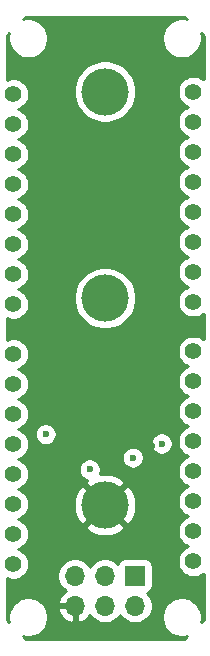
<source format=gbr>
G04 #@! TF.GenerationSoftware,KiCad,Pcbnew,5.1.5-52549c5~84~ubuntu18.04.1*
G04 #@! TF.CreationDate,2020-01-13T21:42:59-08:00*
G04 #@! TF.ProjectId,somos_wristband_1.0,736f6d6f-735f-4777-9269-737462616e64,rev?*
G04 #@! TF.SameCoordinates,Original*
G04 #@! TF.FileFunction,Copper,L2,Inr*
G04 #@! TF.FilePolarity,Positive*
%FSLAX46Y46*%
G04 Gerber Fmt 4.6, Leading zero omitted, Abs format (unit mm)*
G04 Created by KiCad (PCBNEW 5.1.5-52549c5~84~ubuntu18.04.1) date 2020-01-13 21:42:59*
%MOMM*%
%LPD*%
G04 APERTURE LIST*
%ADD10C,4.000000*%
%ADD11C,1.400000*%
%ADD12O,1.700000X1.700000*%
%ADD13R,1.700000X1.700000*%
%ADD14C,0.600000*%
%ADD15C,0.250000*%
%ADD16C,0.254000*%
G04 APERTURE END LIST*
D10*
X150000000Y-118000000D03*
D11*
X142240000Y-105220000D03*
X142240000Y-107760000D03*
X142240000Y-110300000D03*
X142240000Y-112840000D03*
X142240000Y-115380000D03*
X142240000Y-117920000D03*
X142240000Y-120460000D03*
X142240000Y-123000000D03*
D10*
X150000000Y-83000000D03*
X150000000Y-100500000D03*
D12*
X147460000Y-126540000D03*
X147460000Y-124000000D03*
X150000000Y-126540000D03*
X150000000Y-124000000D03*
X152540000Y-126540000D03*
D13*
X152540000Y-124000000D03*
D11*
X142240000Y-83220000D03*
X142240000Y-85760000D03*
X142240000Y-88300000D03*
X142240000Y-90840000D03*
X142240000Y-93380000D03*
X142240000Y-95920000D03*
X142240000Y-98460000D03*
X142240000Y-101000000D03*
X157480000Y-100780000D03*
X157480000Y-98240000D03*
X157480000Y-95700000D03*
X157480000Y-93160000D03*
X157480000Y-90620000D03*
X157480000Y-88080000D03*
X157480000Y-85540000D03*
X157480000Y-83000000D03*
X157480000Y-122780000D03*
X157480000Y-120240000D03*
X157480000Y-117700000D03*
X157480000Y-115160000D03*
X157480000Y-112620000D03*
X157480000Y-110080000D03*
X157480000Y-107540000D03*
X157480000Y-105000000D03*
D14*
X154800000Y-112800000D03*
X148698159Y-115000000D03*
X152350000Y-114000000D03*
X144970500Y-112014000D03*
X154000000Y-113000000D03*
X150000000Y-109000000D03*
X148000000Y-107000000D03*
X150000000Y-109000000D03*
X152000000Y-107000000D03*
X152000000Y-111000000D03*
X148000000Y-111000000D03*
D15*
X148000000Y-107000000D02*
X150000000Y-109000000D01*
D16*
G36*
X156935170Y-76868550D02*
G01*
X156665958Y-76815000D01*
X156334042Y-76815000D01*
X156008504Y-76879754D01*
X155701853Y-77006772D01*
X155425875Y-77191175D01*
X155191175Y-77425875D01*
X155006772Y-77701853D01*
X154879754Y-78008504D01*
X154815000Y-78334042D01*
X154815000Y-78665958D01*
X154879754Y-78991496D01*
X155006772Y-79298147D01*
X155191175Y-79574125D01*
X155425875Y-79808825D01*
X155701853Y-79993228D01*
X156008504Y-80120246D01*
X156334042Y-80185000D01*
X156665958Y-80185000D01*
X156991496Y-80120246D01*
X157298147Y-79993228D01*
X157574125Y-79808825D01*
X157808825Y-79574125D01*
X157993228Y-79298147D01*
X158120246Y-78991496D01*
X158185000Y-78665958D01*
X158185000Y-78334042D01*
X158131450Y-78064831D01*
X158340001Y-78273382D01*
X158340001Y-81972026D01*
X158331013Y-81963038D01*
X158112359Y-81816939D01*
X157869405Y-81716304D01*
X157611486Y-81665000D01*
X157348514Y-81665000D01*
X157090595Y-81716304D01*
X156847641Y-81816939D01*
X156628987Y-81963038D01*
X156443038Y-82148987D01*
X156296939Y-82367641D01*
X156196304Y-82610595D01*
X156145000Y-82868514D01*
X156145000Y-83131486D01*
X156196304Y-83389405D01*
X156296939Y-83632359D01*
X156443038Y-83851013D01*
X156628987Y-84036962D01*
X156847641Y-84183061D01*
X157057530Y-84270000D01*
X156847641Y-84356939D01*
X156628987Y-84503038D01*
X156443038Y-84688987D01*
X156296939Y-84907641D01*
X156196304Y-85150595D01*
X156145000Y-85408514D01*
X156145000Y-85671486D01*
X156196304Y-85929405D01*
X156296939Y-86172359D01*
X156443038Y-86391013D01*
X156628987Y-86576962D01*
X156847641Y-86723061D01*
X157057530Y-86810000D01*
X156847641Y-86896939D01*
X156628987Y-87043038D01*
X156443038Y-87228987D01*
X156296939Y-87447641D01*
X156196304Y-87690595D01*
X156145000Y-87948514D01*
X156145000Y-88211486D01*
X156196304Y-88469405D01*
X156296939Y-88712359D01*
X156443038Y-88931013D01*
X156628987Y-89116962D01*
X156847641Y-89263061D01*
X157057530Y-89350000D01*
X156847641Y-89436939D01*
X156628987Y-89583038D01*
X156443038Y-89768987D01*
X156296939Y-89987641D01*
X156196304Y-90230595D01*
X156145000Y-90488514D01*
X156145000Y-90751486D01*
X156196304Y-91009405D01*
X156296939Y-91252359D01*
X156443038Y-91471013D01*
X156628987Y-91656962D01*
X156847641Y-91803061D01*
X157057530Y-91890000D01*
X156847641Y-91976939D01*
X156628987Y-92123038D01*
X156443038Y-92308987D01*
X156296939Y-92527641D01*
X156196304Y-92770595D01*
X156145000Y-93028514D01*
X156145000Y-93291486D01*
X156196304Y-93549405D01*
X156296939Y-93792359D01*
X156443038Y-94011013D01*
X156628987Y-94196962D01*
X156847641Y-94343061D01*
X157057530Y-94430000D01*
X156847641Y-94516939D01*
X156628987Y-94663038D01*
X156443038Y-94848987D01*
X156296939Y-95067641D01*
X156196304Y-95310595D01*
X156145000Y-95568514D01*
X156145000Y-95831486D01*
X156196304Y-96089405D01*
X156296939Y-96332359D01*
X156443038Y-96551013D01*
X156628987Y-96736962D01*
X156847641Y-96883061D01*
X157057530Y-96970000D01*
X156847641Y-97056939D01*
X156628987Y-97203038D01*
X156443038Y-97388987D01*
X156296939Y-97607641D01*
X156196304Y-97850595D01*
X156145000Y-98108514D01*
X156145000Y-98371486D01*
X156196304Y-98629405D01*
X156296939Y-98872359D01*
X156443038Y-99091013D01*
X156628987Y-99276962D01*
X156847641Y-99423061D01*
X157057530Y-99510000D01*
X156847641Y-99596939D01*
X156628987Y-99743038D01*
X156443038Y-99928987D01*
X156296939Y-100147641D01*
X156196304Y-100390595D01*
X156145000Y-100648514D01*
X156145000Y-100911486D01*
X156196304Y-101169405D01*
X156296939Y-101412359D01*
X156443038Y-101631013D01*
X156628987Y-101816962D01*
X156847641Y-101963061D01*
X157090595Y-102063696D01*
X157348514Y-102115000D01*
X157611486Y-102115000D01*
X157869405Y-102063696D01*
X158112359Y-101963061D01*
X158331013Y-101816962D01*
X158340001Y-101807974D01*
X158340000Y-103972025D01*
X158331013Y-103963038D01*
X158112359Y-103816939D01*
X157869405Y-103716304D01*
X157611486Y-103665000D01*
X157348514Y-103665000D01*
X157090595Y-103716304D01*
X156847641Y-103816939D01*
X156628987Y-103963038D01*
X156443038Y-104148987D01*
X156296939Y-104367641D01*
X156196304Y-104610595D01*
X156145000Y-104868514D01*
X156145000Y-105131486D01*
X156196304Y-105389405D01*
X156296939Y-105632359D01*
X156443038Y-105851013D01*
X156628987Y-106036962D01*
X156847641Y-106183061D01*
X157057530Y-106270000D01*
X156847641Y-106356939D01*
X156628987Y-106503038D01*
X156443038Y-106688987D01*
X156296939Y-106907641D01*
X156196304Y-107150595D01*
X156145000Y-107408514D01*
X156145000Y-107671486D01*
X156196304Y-107929405D01*
X156296939Y-108172359D01*
X156443038Y-108391013D01*
X156628987Y-108576962D01*
X156847641Y-108723061D01*
X157057530Y-108810000D01*
X156847641Y-108896939D01*
X156628987Y-109043038D01*
X156443038Y-109228987D01*
X156296939Y-109447641D01*
X156196304Y-109690595D01*
X156145000Y-109948514D01*
X156145000Y-110211486D01*
X156196304Y-110469405D01*
X156296939Y-110712359D01*
X156443038Y-110931013D01*
X156628987Y-111116962D01*
X156847641Y-111263061D01*
X157057530Y-111350000D01*
X156847641Y-111436939D01*
X156628987Y-111583038D01*
X156443038Y-111768987D01*
X156296939Y-111987641D01*
X156196304Y-112230595D01*
X156145000Y-112488514D01*
X156145000Y-112751486D01*
X156196304Y-113009405D01*
X156296939Y-113252359D01*
X156443038Y-113471013D01*
X156628987Y-113656962D01*
X156847641Y-113803061D01*
X157057530Y-113890000D01*
X156847641Y-113976939D01*
X156628987Y-114123038D01*
X156443038Y-114308987D01*
X156296939Y-114527641D01*
X156196304Y-114770595D01*
X156145000Y-115028514D01*
X156145000Y-115291486D01*
X156196304Y-115549405D01*
X156296939Y-115792359D01*
X156443038Y-116011013D01*
X156628987Y-116196962D01*
X156847641Y-116343061D01*
X157057530Y-116430000D01*
X156847641Y-116516939D01*
X156628987Y-116663038D01*
X156443038Y-116848987D01*
X156296939Y-117067641D01*
X156196304Y-117310595D01*
X156145000Y-117568514D01*
X156145000Y-117831486D01*
X156196304Y-118089405D01*
X156296939Y-118332359D01*
X156443038Y-118551013D01*
X156628987Y-118736962D01*
X156847641Y-118883061D01*
X157057530Y-118970000D01*
X156847641Y-119056939D01*
X156628987Y-119203038D01*
X156443038Y-119388987D01*
X156296939Y-119607641D01*
X156196304Y-119850595D01*
X156145000Y-120108514D01*
X156145000Y-120371486D01*
X156196304Y-120629405D01*
X156296939Y-120872359D01*
X156443038Y-121091013D01*
X156628987Y-121276962D01*
X156847641Y-121423061D01*
X157057530Y-121510000D01*
X156847641Y-121596939D01*
X156628987Y-121743038D01*
X156443038Y-121928987D01*
X156296939Y-122147641D01*
X156196304Y-122390595D01*
X156145000Y-122648514D01*
X156145000Y-122911486D01*
X156196304Y-123169405D01*
X156296939Y-123412359D01*
X156443038Y-123631013D01*
X156628987Y-123816962D01*
X156847641Y-123963061D01*
X157090595Y-124063696D01*
X157348514Y-124115000D01*
X157611486Y-124115000D01*
X157869405Y-124063696D01*
X158112359Y-123963061D01*
X158331013Y-123816962D01*
X158340000Y-123807975D01*
X158340000Y-127726619D01*
X158131450Y-127935169D01*
X158185000Y-127665958D01*
X158185000Y-127334042D01*
X158120246Y-127008504D01*
X157993228Y-126701853D01*
X157808825Y-126425875D01*
X157574125Y-126191175D01*
X157298147Y-126006772D01*
X156991496Y-125879754D01*
X156665958Y-125815000D01*
X156334042Y-125815000D01*
X156008504Y-125879754D01*
X155701853Y-126006772D01*
X155425875Y-126191175D01*
X155191175Y-126425875D01*
X155006772Y-126701853D01*
X154879754Y-127008504D01*
X154815000Y-127334042D01*
X154815000Y-127665958D01*
X154879754Y-127991496D01*
X155006772Y-128298147D01*
X155191175Y-128574125D01*
X155425875Y-128808825D01*
X155701853Y-128993228D01*
X156008504Y-129120246D01*
X156334042Y-129185000D01*
X156665958Y-129185000D01*
X156935170Y-129131450D01*
X156726620Y-129340000D01*
X143273381Y-129340000D01*
X143064831Y-129131450D01*
X143334042Y-129185000D01*
X143665958Y-129185000D01*
X143991496Y-129120246D01*
X144298147Y-128993228D01*
X144574125Y-128808825D01*
X144808825Y-128574125D01*
X144993228Y-128298147D01*
X145120246Y-127991496D01*
X145185000Y-127665958D01*
X145185000Y-127334042D01*
X145120246Y-127008504D01*
X145074015Y-126896891D01*
X146018519Y-126896891D01*
X146115843Y-127171252D01*
X146264822Y-127421355D01*
X146459731Y-127637588D01*
X146693080Y-127811641D01*
X146955901Y-127936825D01*
X147103110Y-127981476D01*
X147333000Y-127860155D01*
X147333000Y-126667000D01*
X146139186Y-126667000D01*
X146018519Y-126896891D01*
X145074015Y-126896891D01*
X144993228Y-126701853D01*
X144808825Y-126425875D01*
X144574125Y-126191175D01*
X144298147Y-126006772D01*
X143991496Y-125879754D01*
X143665958Y-125815000D01*
X143334042Y-125815000D01*
X143008504Y-125879754D01*
X142701853Y-126006772D01*
X142425875Y-126191175D01*
X142191175Y-126425875D01*
X142006772Y-126701853D01*
X141879754Y-127008504D01*
X141815000Y-127334042D01*
X141815000Y-127665958D01*
X141868550Y-127935170D01*
X141660000Y-127726620D01*
X141660000Y-124204749D01*
X141850595Y-124283696D01*
X142108514Y-124335000D01*
X142371486Y-124335000D01*
X142629405Y-124283696D01*
X142872359Y-124183061D01*
X143091013Y-124036962D01*
X143274235Y-123853740D01*
X145975000Y-123853740D01*
X145975000Y-124146260D01*
X146032068Y-124433158D01*
X146144010Y-124703411D01*
X146306525Y-124946632D01*
X146513368Y-125153475D01*
X146689406Y-125271100D01*
X146459731Y-125442412D01*
X146264822Y-125658645D01*
X146115843Y-125908748D01*
X146018519Y-126183109D01*
X146139186Y-126413000D01*
X147333000Y-126413000D01*
X147333000Y-126393000D01*
X147587000Y-126393000D01*
X147587000Y-126413000D01*
X147607000Y-126413000D01*
X147607000Y-126667000D01*
X147587000Y-126667000D01*
X147587000Y-127860155D01*
X147816890Y-127981476D01*
X147964099Y-127936825D01*
X148226920Y-127811641D01*
X148460269Y-127637588D01*
X148655178Y-127421355D01*
X148724805Y-127304466D01*
X148846525Y-127486632D01*
X149053368Y-127693475D01*
X149296589Y-127855990D01*
X149566842Y-127967932D01*
X149853740Y-128025000D01*
X150146260Y-128025000D01*
X150433158Y-127967932D01*
X150703411Y-127855990D01*
X150946632Y-127693475D01*
X151153475Y-127486632D01*
X151270000Y-127312240D01*
X151386525Y-127486632D01*
X151593368Y-127693475D01*
X151836589Y-127855990D01*
X152106842Y-127967932D01*
X152393740Y-128025000D01*
X152686260Y-128025000D01*
X152973158Y-127967932D01*
X153243411Y-127855990D01*
X153486632Y-127693475D01*
X153693475Y-127486632D01*
X153855990Y-127243411D01*
X153967932Y-126973158D01*
X154025000Y-126686260D01*
X154025000Y-126393740D01*
X153967932Y-126106842D01*
X153855990Y-125836589D01*
X153693475Y-125593368D01*
X153561620Y-125461513D01*
X153634180Y-125439502D01*
X153744494Y-125380537D01*
X153841185Y-125301185D01*
X153920537Y-125204494D01*
X153979502Y-125094180D01*
X154015812Y-124974482D01*
X154028072Y-124850000D01*
X154028072Y-123150000D01*
X154015812Y-123025518D01*
X153979502Y-122905820D01*
X153920537Y-122795506D01*
X153841185Y-122698815D01*
X153744494Y-122619463D01*
X153634180Y-122560498D01*
X153514482Y-122524188D01*
X153390000Y-122511928D01*
X151690000Y-122511928D01*
X151565518Y-122524188D01*
X151445820Y-122560498D01*
X151335506Y-122619463D01*
X151238815Y-122698815D01*
X151159463Y-122795506D01*
X151100498Y-122905820D01*
X151078487Y-122978380D01*
X150946632Y-122846525D01*
X150703411Y-122684010D01*
X150433158Y-122572068D01*
X150146260Y-122515000D01*
X149853740Y-122515000D01*
X149566842Y-122572068D01*
X149296589Y-122684010D01*
X149053368Y-122846525D01*
X148846525Y-123053368D01*
X148730000Y-123227760D01*
X148613475Y-123053368D01*
X148406632Y-122846525D01*
X148163411Y-122684010D01*
X147893158Y-122572068D01*
X147606260Y-122515000D01*
X147313740Y-122515000D01*
X147026842Y-122572068D01*
X146756589Y-122684010D01*
X146513368Y-122846525D01*
X146306525Y-123053368D01*
X146144010Y-123296589D01*
X146032068Y-123566842D01*
X145975000Y-123853740D01*
X143274235Y-123853740D01*
X143276962Y-123851013D01*
X143423061Y-123632359D01*
X143523696Y-123389405D01*
X143575000Y-123131486D01*
X143575000Y-122868514D01*
X143523696Y-122610595D01*
X143423061Y-122367641D01*
X143276962Y-122148987D01*
X143091013Y-121963038D01*
X142872359Y-121816939D01*
X142662470Y-121730000D01*
X142872359Y-121643061D01*
X143091013Y-121496962D01*
X143276962Y-121311013D01*
X143423061Y-121092359D01*
X143523696Y-120849405D01*
X143575000Y-120591486D01*
X143575000Y-120328514D01*
X143523696Y-120070595D01*
X143431287Y-119847499D01*
X148332106Y-119847499D01*
X148548228Y-120214258D01*
X149008105Y-120454938D01*
X149506098Y-120601275D01*
X150023071Y-120647648D01*
X150539159Y-120592273D01*
X151034526Y-120437279D01*
X151451772Y-120214258D01*
X151667894Y-119847499D01*
X150000000Y-118179605D01*
X148332106Y-119847499D01*
X143431287Y-119847499D01*
X143423061Y-119827641D01*
X143276962Y-119608987D01*
X143091013Y-119423038D01*
X142872359Y-119276939D01*
X142662470Y-119190000D01*
X142872359Y-119103061D01*
X143091013Y-118956962D01*
X143276962Y-118771013D01*
X143423061Y-118552359D01*
X143523696Y-118309405D01*
X143575000Y-118051486D01*
X143575000Y-118023071D01*
X147352352Y-118023071D01*
X147407727Y-118539159D01*
X147562721Y-119034526D01*
X147785742Y-119451772D01*
X148152501Y-119667894D01*
X149820395Y-118000000D01*
X150179605Y-118000000D01*
X151847499Y-119667894D01*
X152214258Y-119451772D01*
X152454938Y-118991895D01*
X152601275Y-118493902D01*
X152647648Y-117976929D01*
X152592273Y-117460841D01*
X152437279Y-116965474D01*
X152214258Y-116548228D01*
X151847499Y-116332106D01*
X150179605Y-118000000D01*
X149820395Y-118000000D01*
X148152501Y-116332106D01*
X147785742Y-116548228D01*
X147545062Y-117008105D01*
X147398725Y-117506098D01*
X147352352Y-118023071D01*
X143575000Y-118023071D01*
X143575000Y-117788514D01*
X143523696Y-117530595D01*
X143423061Y-117287641D01*
X143276962Y-117068987D01*
X143091013Y-116883038D01*
X142872359Y-116736939D01*
X142662470Y-116650000D01*
X142872359Y-116563061D01*
X143091013Y-116416962D01*
X143276962Y-116231013D01*
X143423061Y-116012359D01*
X143523696Y-115769405D01*
X143575000Y-115511486D01*
X143575000Y-115248514D01*
X143523696Y-114990595D01*
X143489448Y-114907911D01*
X147763159Y-114907911D01*
X147763159Y-115092089D01*
X147799091Y-115272729D01*
X147869573Y-115442889D01*
X147971897Y-115596028D01*
X148102131Y-115726262D01*
X148255270Y-115828586D01*
X148425430Y-115899068D01*
X148475571Y-115909042D01*
X148332106Y-116152501D01*
X150000000Y-117820395D01*
X151667894Y-116152501D01*
X151451772Y-115785742D01*
X150991895Y-115545062D01*
X150493902Y-115398725D01*
X149976929Y-115352352D01*
X149545052Y-115398691D01*
X149597227Y-115272729D01*
X149633159Y-115092089D01*
X149633159Y-114907911D01*
X149597227Y-114727271D01*
X149526745Y-114557111D01*
X149424421Y-114403972D01*
X149294187Y-114273738D01*
X149141048Y-114171414D01*
X148970888Y-114100932D01*
X148790248Y-114065000D01*
X148606070Y-114065000D01*
X148425430Y-114100932D01*
X148255270Y-114171414D01*
X148102131Y-114273738D01*
X147971897Y-114403972D01*
X147869573Y-114557111D01*
X147799091Y-114727271D01*
X147763159Y-114907911D01*
X143489448Y-114907911D01*
X143423061Y-114747641D01*
X143276962Y-114528987D01*
X143091013Y-114343038D01*
X142872359Y-114196939D01*
X142662470Y-114110000D01*
X142872359Y-114023061D01*
X143044694Y-113907911D01*
X151415000Y-113907911D01*
X151415000Y-114092089D01*
X151450932Y-114272729D01*
X151521414Y-114442889D01*
X151623738Y-114596028D01*
X151753972Y-114726262D01*
X151907111Y-114828586D01*
X152077271Y-114899068D01*
X152257911Y-114935000D01*
X152442089Y-114935000D01*
X152622729Y-114899068D01*
X152792889Y-114828586D01*
X152946028Y-114726262D01*
X153076262Y-114596028D01*
X153178586Y-114442889D01*
X153249068Y-114272729D01*
X153285000Y-114092089D01*
X153285000Y-113907911D01*
X153249068Y-113727271D01*
X153178586Y-113557111D01*
X153076262Y-113403972D01*
X152946028Y-113273738D01*
X152792889Y-113171414D01*
X152622729Y-113100932D01*
X152442089Y-113065000D01*
X152257911Y-113065000D01*
X152077271Y-113100932D01*
X151907111Y-113171414D01*
X151753972Y-113273738D01*
X151623738Y-113403972D01*
X151521414Y-113557111D01*
X151450932Y-113727271D01*
X151415000Y-113907911D01*
X143044694Y-113907911D01*
X143091013Y-113876962D01*
X143276962Y-113691013D01*
X143423061Y-113472359D01*
X143523696Y-113229405D01*
X143575000Y-112971486D01*
X143575000Y-112708514D01*
X143523696Y-112450595D01*
X143423061Y-112207641D01*
X143276962Y-111988987D01*
X143209886Y-111921911D01*
X144035500Y-111921911D01*
X144035500Y-112106089D01*
X144071432Y-112286729D01*
X144141914Y-112456889D01*
X144244238Y-112610028D01*
X144374472Y-112740262D01*
X144527611Y-112842586D01*
X144697771Y-112913068D01*
X144878411Y-112949000D01*
X145062589Y-112949000D01*
X145243229Y-112913068D01*
X145413389Y-112842586D01*
X145566528Y-112740262D01*
X145598879Y-112707911D01*
X153865000Y-112707911D01*
X153865000Y-112892089D01*
X153900932Y-113072729D01*
X153971414Y-113242889D01*
X154073738Y-113396028D01*
X154203972Y-113526262D01*
X154357111Y-113628586D01*
X154527271Y-113699068D01*
X154707911Y-113735000D01*
X154892089Y-113735000D01*
X155072729Y-113699068D01*
X155242889Y-113628586D01*
X155396028Y-113526262D01*
X155526262Y-113396028D01*
X155628586Y-113242889D01*
X155699068Y-113072729D01*
X155735000Y-112892089D01*
X155735000Y-112707911D01*
X155699068Y-112527271D01*
X155628586Y-112357111D01*
X155526262Y-112203972D01*
X155396028Y-112073738D01*
X155242889Y-111971414D01*
X155072729Y-111900932D01*
X154892089Y-111865000D01*
X154707911Y-111865000D01*
X154527271Y-111900932D01*
X154357111Y-111971414D01*
X154203972Y-112073738D01*
X154073738Y-112203972D01*
X153971414Y-112357111D01*
X153900932Y-112527271D01*
X153865000Y-112707911D01*
X145598879Y-112707911D01*
X145696762Y-112610028D01*
X145799086Y-112456889D01*
X145869568Y-112286729D01*
X145905500Y-112106089D01*
X145905500Y-111921911D01*
X145869568Y-111741271D01*
X145799086Y-111571111D01*
X145696762Y-111417972D01*
X145566528Y-111287738D01*
X145413389Y-111185414D01*
X145243229Y-111114932D01*
X145062589Y-111079000D01*
X144878411Y-111079000D01*
X144697771Y-111114932D01*
X144527611Y-111185414D01*
X144374472Y-111287738D01*
X144244238Y-111417972D01*
X144141914Y-111571111D01*
X144071432Y-111741271D01*
X144035500Y-111921911D01*
X143209886Y-111921911D01*
X143091013Y-111803038D01*
X142872359Y-111656939D01*
X142662470Y-111570000D01*
X142872359Y-111483061D01*
X143091013Y-111336962D01*
X143276962Y-111151013D01*
X143423061Y-110932359D01*
X143523696Y-110689405D01*
X143575000Y-110431486D01*
X143575000Y-110168514D01*
X143523696Y-109910595D01*
X143423061Y-109667641D01*
X143276962Y-109448987D01*
X143091013Y-109263038D01*
X142872359Y-109116939D01*
X142662470Y-109030000D01*
X142872359Y-108943061D01*
X143091013Y-108796962D01*
X143276962Y-108611013D01*
X143423061Y-108392359D01*
X143523696Y-108149405D01*
X143575000Y-107891486D01*
X143575000Y-107628514D01*
X143523696Y-107370595D01*
X143423061Y-107127641D01*
X143276962Y-106908987D01*
X143091013Y-106723038D01*
X142872359Y-106576939D01*
X142662470Y-106490000D01*
X142872359Y-106403061D01*
X143091013Y-106256962D01*
X143276962Y-106071013D01*
X143423061Y-105852359D01*
X143523696Y-105609405D01*
X143575000Y-105351486D01*
X143575000Y-105088514D01*
X143523696Y-104830595D01*
X143423061Y-104587641D01*
X143276962Y-104368987D01*
X143091013Y-104183038D01*
X142872359Y-104036939D01*
X142629405Y-103936304D01*
X142371486Y-103885000D01*
X142108514Y-103885000D01*
X141850595Y-103936304D01*
X141660000Y-104015251D01*
X141660000Y-102204749D01*
X141850595Y-102283696D01*
X142108514Y-102335000D01*
X142371486Y-102335000D01*
X142629405Y-102283696D01*
X142872359Y-102183061D01*
X143091013Y-102036962D01*
X143276962Y-101851013D01*
X143423061Y-101632359D01*
X143523696Y-101389405D01*
X143575000Y-101131486D01*
X143575000Y-100868514D01*
X143523696Y-100610595D01*
X143423061Y-100367641D01*
X143338092Y-100240475D01*
X147365000Y-100240475D01*
X147365000Y-100759525D01*
X147466261Y-101268601D01*
X147664893Y-101748141D01*
X147953262Y-102179715D01*
X148320285Y-102546738D01*
X148751859Y-102835107D01*
X149231399Y-103033739D01*
X149740475Y-103135000D01*
X150259525Y-103135000D01*
X150768601Y-103033739D01*
X151248141Y-102835107D01*
X151679715Y-102546738D01*
X152046738Y-102179715D01*
X152335107Y-101748141D01*
X152533739Y-101268601D01*
X152635000Y-100759525D01*
X152635000Y-100240475D01*
X152533739Y-99731399D01*
X152335107Y-99251859D01*
X152046738Y-98820285D01*
X151679715Y-98453262D01*
X151248141Y-98164893D01*
X150768601Y-97966261D01*
X150259525Y-97865000D01*
X149740475Y-97865000D01*
X149231399Y-97966261D01*
X148751859Y-98164893D01*
X148320285Y-98453262D01*
X147953262Y-98820285D01*
X147664893Y-99251859D01*
X147466261Y-99731399D01*
X147365000Y-100240475D01*
X143338092Y-100240475D01*
X143276962Y-100148987D01*
X143091013Y-99963038D01*
X142872359Y-99816939D01*
X142662470Y-99730000D01*
X142872359Y-99643061D01*
X143091013Y-99496962D01*
X143276962Y-99311013D01*
X143423061Y-99092359D01*
X143523696Y-98849405D01*
X143575000Y-98591486D01*
X143575000Y-98328514D01*
X143523696Y-98070595D01*
X143423061Y-97827641D01*
X143276962Y-97608987D01*
X143091013Y-97423038D01*
X142872359Y-97276939D01*
X142662470Y-97190000D01*
X142872359Y-97103061D01*
X143091013Y-96956962D01*
X143276962Y-96771013D01*
X143423061Y-96552359D01*
X143523696Y-96309405D01*
X143575000Y-96051486D01*
X143575000Y-95788514D01*
X143523696Y-95530595D01*
X143423061Y-95287641D01*
X143276962Y-95068987D01*
X143091013Y-94883038D01*
X142872359Y-94736939D01*
X142662470Y-94650000D01*
X142872359Y-94563061D01*
X143091013Y-94416962D01*
X143276962Y-94231013D01*
X143423061Y-94012359D01*
X143523696Y-93769405D01*
X143575000Y-93511486D01*
X143575000Y-93248514D01*
X143523696Y-92990595D01*
X143423061Y-92747641D01*
X143276962Y-92528987D01*
X143091013Y-92343038D01*
X142872359Y-92196939D01*
X142662470Y-92110000D01*
X142872359Y-92023061D01*
X143091013Y-91876962D01*
X143276962Y-91691013D01*
X143423061Y-91472359D01*
X143523696Y-91229405D01*
X143575000Y-90971486D01*
X143575000Y-90708514D01*
X143523696Y-90450595D01*
X143423061Y-90207641D01*
X143276962Y-89988987D01*
X143091013Y-89803038D01*
X142872359Y-89656939D01*
X142662470Y-89570000D01*
X142872359Y-89483061D01*
X143091013Y-89336962D01*
X143276962Y-89151013D01*
X143423061Y-88932359D01*
X143523696Y-88689405D01*
X143575000Y-88431486D01*
X143575000Y-88168514D01*
X143523696Y-87910595D01*
X143423061Y-87667641D01*
X143276962Y-87448987D01*
X143091013Y-87263038D01*
X142872359Y-87116939D01*
X142662470Y-87030000D01*
X142872359Y-86943061D01*
X143091013Y-86796962D01*
X143276962Y-86611013D01*
X143423061Y-86392359D01*
X143523696Y-86149405D01*
X143575000Y-85891486D01*
X143575000Y-85628514D01*
X143523696Y-85370595D01*
X143423061Y-85127641D01*
X143276962Y-84908987D01*
X143091013Y-84723038D01*
X142872359Y-84576939D01*
X142662470Y-84490000D01*
X142872359Y-84403061D01*
X143091013Y-84256962D01*
X143276962Y-84071013D01*
X143423061Y-83852359D01*
X143523696Y-83609405D01*
X143575000Y-83351486D01*
X143575000Y-83088514D01*
X143523696Y-82830595D01*
X143486368Y-82740475D01*
X147365000Y-82740475D01*
X147365000Y-83259525D01*
X147466261Y-83768601D01*
X147664893Y-84248141D01*
X147953262Y-84679715D01*
X148320285Y-85046738D01*
X148751859Y-85335107D01*
X149231399Y-85533739D01*
X149740475Y-85635000D01*
X150259525Y-85635000D01*
X150768601Y-85533739D01*
X151248141Y-85335107D01*
X151679715Y-85046738D01*
X152046738Y-84679715D01*
X152335107Y-84248141D01*
X152533739Y-83768601D01*
X152635000Y-83259525D01*
X152635000Y-82740475D01*
X152533739Y-82231399D01*
X152335107Y-81751859D01*
X152046738Y-81320285D01*
X151679715Y-80953262D01*
X151248141Y-80664893D01*
X150768601Y-80466261D01*
X150259525Y-80365000D01*
X149740475Y-80365000D01*
X149231399Y-80466261D01*
X148751859Y-80664893D01*
X148320285Y-80953262D01*
X147953262Y-81320285D01*
X147664893Y-81751859D01*
X147466261Y-82231399D01*
X147365000Y-82740475D01*
X143486368Y-82740475D01*
X143423061Y-82587641D01*
X143276962Y-82368987D01*
X143091013Y-82183038D01*
X142872359Y-82036939D01*
X142629405Y-81936304D01*
X142371486Y-81885000D01*
X142108514Y-81885000D01*
X141850595Y-81936304D01*
X141660000Y-82015251D01*
X141660000Y-78273380D01*
X141868550Y-78064830D01*
X141815000Y-78334042D01*
X141815000Y-78665958D01*
X141879754Y-78991496D01*
X142006772Y-79298147D01*
X142191175Y-79574125D01*
X142425875Y-79808825D01*
X142701853Y-79993228D01*
X143008504Y-80120246D01*
X143334042Y-80185000D01*
X143665958Y-80185000D01*
X143991496Y-80120246D01*
X144298147Y-79993228D01*
X144574125Y-79808825D01*
X144808825Y-79574125D01*
X144993228Y-79298147D01*
X145120246Y-78991496D01*
X145185000Y-78665958D01*
X145185000Y-78334042D01*
X145120246Y-78008504D01*
X144993228Y-77701853D01*
X144808825Y-77425875D01*
X144574125Y-77191175D01*
X144298147Y-77006772D01*
X143991496Y-76879754D01*
X143665958Y-76815000D01*
X143334042Y-76815000D01*
X143064831Y-76868550D01*
X143273381Y-76660000D01*
X156726620Y-76660000D01*
X156935170Y-76868550D01*
G37*
X156935170Y-76868550D02*
X156665958Y-76815000D01*
X156334042Y-76815000D01*
X156008504Y-76879754D01*
X155701853Y-77006772D01*
X155425875Y-77191175D01*
X155191175Y-77425875D01*
X155006772Y-77701853D01*
X154879754Y-78008504D01*
X154815000Y-78334042D01*
X154815000Y-78665958D01*
X154879754Y-78991496D01*
X155006772Y-79298147D01*
X155191175Y-79574125D01*
X155425875Y-79808825D01*
X155701853Y-79993228D01*
X156008504Y-80120246D01*
X156334042Y-80185000D01*
X156665958Y-80185000D01*
X156991496Y-80120246D01*
X157298147Y-79993228D01*
X157574125Y-79808825D01*
X157808825Y-79574125D01*
X157993228Y-79298147D01*
X158120246Y-78991496D01*
X158185000Y-78665958D01*
X158185000Y-78334042D01*
X158131450Y-78064831D01*
X158340001Y-78273382D01*
X158340001Y-81972026D01*
X158331013Y-81963038D01*
X158112359Y-81816939D01*
X157869405Y-81716304D01*
X157611486Y-81665000D01*
X157348514Y-81665000D01*
X157090595Y-81716304D01*
X156847641Y-81816939D01*
X156628987Y-81963038D01*
X156443038Y-82148987D01*
X156296939Y-82367641D01*
X156196304Y-82610595D01*
X156145000Y-82868514D01*
X156145000Y-83131486D01*
X156196304Y-83389405D01*
X156296939Y-83632359D01*
X156443038Y-83851013D01*
X156628987Y-84036962D01*
X156847641Y-84183061D01*
X157057530Y-84270000D01*
X156847641Y-84356939D01*
X156628987Y-84503038D01*
X156443038Y-84688987D01*
X156296939Y-84907641D01*
X156196304Y-85150595D01*
X156145000Y-85408514D01*
X156145000Y-85671486D01*
X156196304Y-85929405D01*
X156296939Y-86172359D01*
X156443038Y-86391013D01*
X156628987Y-86576962D01*
X156847641Y-86723061D01*
X157057530Y-86810000D01*
X156847641Y-86896939D01*
X156628987Y-87043038D01*
X156443038Y-87228987D01*
X156296939Y-87447641D01*
X156196304Y-87690595D01*
X156145000Y-87948514D01*
X156145000Y-88211486D01*
X156196304Y-88469405D01*
X156296939Y-88712359D01*
X156443038Y-88931013D01*
X156628987Y-89116962D01*
X156847641Y-89263061D01*
X157057530Y-89350000D01*
X156847641Y-89436939D01*
X156628987Y-89583038D01*
X156443038Y-89768987D01*
X156296939Y-89987641D01*
X156196304Y-90230595D01*
X156145000Y-90488514D01*
X156145000Y-90751486D01*
X156196304Y-91009405D01*
X156296939Y-91252359D01*
X156443038Y-91471013D01*
X156628987Y-91656962D01*
X156847641Y-91803061D01*
X157057530Y-91890000D01*
X156847641Y-91976939D01*
X156628987Y-92123038D01*
X156443038Y-92308987D01*
X156296939Y-92527641D01*
X156196304Y-92770595D01*
X156145000Y-93028514D01*
X156145000Y-93291486D01*
X156196304Y-93549405D01*
X156296939Y-93792359D01*
X156443038Y-94011013D01*
X156628987Y-94196962D01*
X156847641Y-94343061D01*
X157057530Y-94430000D01*
X156847641Y-94516939D01*
X156628987Y-94663038D01*
X156443038Y-94848987D01*
X156296939Y-95067641D01*
X156196304Y-95310595D01*
X156145000Y-95568514D01*
X156145000Y-95831486D01*
X156196304Y-96089405D01*
X156296939Y-96332359D01*
X156443038Y-96551013D01*
X156628987Y-96736962D01*
X156847641Y-96883061D01*
X157057530Y-96970000D01*
X156847641Y-97056939D01*
X156628987Y-97203038D01*
X156443038Y-97388987D01*
X156296939Y-97607641D01*
X156196304Y-97850595D01*
X156145000Y-98108514D01*
X156145000Y-98371486D01*
X156196304Y-98629405D01*
X156296939Y-98872359D01*
X156443038Y-99091013D01*
X156628987Y-99276962D01*
X156847641Y-99423061D01*
X157057530Y-99510000D01*
X156847641Y-99596939D01*
X156628987Y-99743038D01*
X156443038Y-99928987D01*
X156296939Y-100147641D01*
X156196304Y-100390595D01*
X156145000Y-100648514D01*
X156145000Y-100911486D01*
X156196304Y-101169405D01*
X156296939Y-101412359D01*
X156443038Y-101631013D01*
X156628987Y-101816962D01*
X156847641Y-101963061D01*
X157090595Y-102063696D01*
X157348514Y-102115000D01*
X157611486Y-102115000D01*
X157869405Y-102063696D01*
X158112359Y-101963061D01*
X158331013Y-101816962D01*
X158340001Y-101807974D01*
X158340000Y-103972025D01*
X158331013Y-103963038D01*
X158112359Y-103816939D01*
X157869405Y-103716304D01*
X157611486Y-103665000D01*
X157348514Y-103665000D01*
X157090595Y-103716304D01*
X156847641Y-103816939D01*
X156628987Y-103963038D01*
X156443038Y-104148987D01*
X156296939Y-104367641D01*
X156196304Y-104610595D01*
X156145000Y-104868514D01*
X156145000Y-105131486D01*
X156196304Y-105389405D01*
X156296939Y-105632359D01*
X156443038Y-105851013D01*
X156628987Y-106036962D01*
X156847641Y-106183061D01*
X157057530Y-106270000D01*
X156847641Y-106356939D01*
X156628987Y-106503038D01*
X156443038Y-106688987D01*
X156296939Y-106907641D01*
X156196304Y-107150595D01*
X156145000Y-107408514D01*
X156145000Y-107671486D01*
X156196304Y-107929405D01*
X156296939Y-108172359D01*
X156443038Y-108391013D01*
X156628987Y-108576962D01*
X156847641Y-108723061D01*
X157057530Y-108810000D01*
X156847641Y-108896939D01*
X156628987Y-109043038D01*
X156443038Y-109228987D01*
X156296939Y-109447641D01*
X156196304Y-109690595D01*
X156145000Y-109948514D01*
X156145000Y-110211486D01*
X156196304Y-110469405D01*
X156296939Y-110712359D01*
X156443038Y-110931013D01*
X156628987Y-111116962D01*
X156847641Y-111263061D01*
X157057530Y-111350000D01*
X156847641Y-111436939D01*
X156628987Y-111583038D01*
X156443038Y-111768987D01*
X156296939Y-111987641D01*
X156196304Y-112230595D01*
X156145000Y-112488514D01*
X156145000Y-112751486D01*
X156196304Y-113009405D01*
X156296939Y-113252359D01*
X156443038Y-113471013D01*
X156628987Y-113656962D01*
X156847641Y-113803061D01*
X157057530Y-113890000D01*
X156847641Y-113976939D01*
X156628987Y-114123038D01*
X156443038Y-114308987D01*
X156296939Y-114527641D01*
X156196304Y-114770595D01*
X156145000Y-115028514D01*
X156145000Y-115291486D01*
X156196304Y-115549405D01*
X156296939Y-115792359D01*
X156443038Y-116011013D01*
X156628987Y-116196962D01*
X156847641Y-116343061D01*
X157057530Y-116430000D01*
X156847641Y-116516939D01*
X156628987Y-116663038D01*
X156443038Y-116848987D01*
X156296939Y-117067641D01*
X156196304Y-117310595D01*
X156145000Y-117568514D01*
X156145000Y-117831486D01*
X156196304Y-118089405D01*
X156296939Y-118332359D01*
X156443038Y-118551013D01*
X156628987Y-118736962D01*
X156847641Y-118883061D01*
X157057530Y-118970000D01*
X156847641Y-119056939D01*
X156628987Y-119203038D01*
X156443038Y-119388987D01*
X156296939Y-119607641D01*
X156196304Y-119850595D01*
X156145000Y-120108514D01*
X156145000Y-120371486D01*
X156196304Y-120629405D01*
X156296939Y-120872359D01*
X156443038Y-121091013D01*
X156628987Y-121276962D01*
X156847641Y-121423061D01*
X157057530Y-121510000D01*
X156847641Y-121596939D01*
X156628987Y-121743038D01*
X156443038Y-121928987D01*
X156296939Y-122147641D01*
X156196304Y-122390595D01*
X156145000Y-122648514D01*
X156145000Y-122911486D01*
X156196304Y-123169405D01*
X156296939Y-123412359D01*
X156443038Y-123631013D01*
X156628987Y-123816962D01*
X156847641Y-123963061D01*
X157090595Y-124063696D01*
X157348514Y-124115000D01*
X157611486Y-124115000D01*
X157869405Y-124063696D01*
X158112359Y-123963061D01*
X158331013Y-123816962D01*
X158340000Y-123807975D01*
X158340000Y-127726619D01*
X158131450Y-127935169D01*
X158185000Y-127665958D01*
X158185000Y-127334042D01*
X158120246Y-127008504D01*
X157993228Y-126701853D01*
X157808825Y-126425875D01*
X157574125Y-126191175D01*
X157298147Y-126006772D01*
X156991496Y-125879754D01*
X156665958Y-125815000D01*
X156334042Y-125815000D01*
X156008504Y-125879754D01*
X155701853Y-126006772D01*
X155425875Y-126191175D01*
X155191175Y-126425875D01*
X155006772Y-126701853D01*
X154879754Y-127008504D01*
X154815000Y-127334042D01*
X154815000Y-127665958D01*
X154879754Y-127991496D01*
X155006772Y-128298147D01*
X155191175Y-128574125D01*
X155425875Y-128808825D01*
X155701853Y-128993228D01*
X156008504Y-129120246D01*
X156334042Y-129185000D01*
X156665958Y-129185000D01*
X156935170Y-129131450D01*
X156726620Y-129340000D01*
X143273381Y-129340000D01*
X143064831Y-129131450D01*
X143334042Y-129185000D01*
X143665958Y-129185000D01*
X143991496Y-129120246D01*
X144298147Y-128993228D01*
X144574125Y-128808825D01*
X144808825Y-128574125D01*
X144993228Y-128298147D01*
X145120246Y-127991496D01*
X145185000Y-127665958D01*
X145185000Y-127334042D01*
X145120246Y-127008504D01*
X145074015Y-126896891D01*
X146018519Y-126896891D01*
X146115843Y-127171252D01*
X146264822Y-127421355D01*
X146459731Y-127637588D01*
X146693080Y-127811641D01*
X146955901Y-127936825D01*
X147103110Y-127981476D01*
X147333000Y-127860155D01*
X147333000Y-126667000D01*
X146139186Y-126667000D01*
X146018519Y-126896891D01*
X145074015Y-126896891D01*
X144993228Y-126701853D01*
X144808825Y-126425875D01*
X144574125Y-126191175D01*
X144298147Y-126006772D01*
X143991496Y-125879754D01*
X143665958Y-125815000D01*
X143334042Y-125815000D01*
X143008504Y-125879754D01*
X142701853Y-126006772D01*
X142425875Y-126191175D01*
X142191175Y-126425875D01*
X142006772Y-126701853D01*
X141879754Y-127008504D01*
X141815000Y-127334042D01*
X141815000Y-127665958D01*
X141868550Y-127935170D01*
X141660000Y-127726620D01*
X141660000Y-124204749D01*
X141850595Y-124283696D01*
X142108514Y-124335000D01*
X142371486Y-124335000D01*
X142629405Y-124283696D01*
X142872359Y-124183061D01*
X143091013Y-124036962D01*
X143274235Y-123853740D01*
X145975000Y-123853740D01*
X145975000Y-124146260D01*
X146032068Y-124433158D01*
X146144010Y-124703411D01*
X146306525Y-124946632D01*
X146513368Y-125153475D01*
X146689406Y-125271100D01*
X146459731Y-125442412D01*
X146264822Y-125658645D01*
X146115843Y-125908748D01*
X146018519Y-126183109D01*
X146139186Y-126413000D01*
X147333000Y-126413000D01*
X147333000Y-126393000D01*
X147587000Y-126393000D01*
X147587000Y-126413000D01*
X147607000Y-126413000D01*
X147607000Y-126667000D01*
X147587000Y-126667000D01*
X147587000Y-127860155D01*
X147816890Y-127981476D01*
X147964099Y-127936825D01*
X148226920Y-127811641D01*
X148460269Y-127637588D01*
X148655178Y-127421355D01*
X148724805Y-127304466D01*
X148846525Y-127486632D01*
X149053368Y-127693475D01*
X149296589Y-127855990D01*
X149566842Y-127967932D01*
X149853740Y-128025000D01*
X150146260Y-128025000D01*
X150433158Y-127967932D01*
X150703411Y-127855990D01*
X150946632Y-127693475D01*
X151153475Y-127486632D01*
X151270000Y-127312240D01*
X151386525Y-127486632D01*
X151593368Y-127693475D01*
X151836589Y-127855990D01*
X152106842Y-127967932D01*
X152393740Y-128025000D01*
X152686260Y-128025000D01*
X152973158Y-127967932D01*
X153243411Y-127855990D01*
X153486632Y-127693475D01*
X153693475Y-127486632D01*
X153855990Y-127243411D01*
X153967932Y-126973158D01*
X154025000Y-126686260D01*
X154025000Y-126393740D01*
X153967932Y-126106842D01*
X153855990Y-125836589D01*
X153693475Y-125593368D01*
X153561620Y-125461513D01*
X153634180Y-125439502D01*
X153744494Y-125380537D01*
X153841185Y-125301185D01*
X153920537Y-125204494D01*
X153979502Y-125094180D01*
X154015812Y-124974482D01*
X154028072Y-124850000D01*
X154028072Y-123150000D01*
X154015812Y-123025518D01*
X153979502Y-122905820D01*
X153920537Y-122795506D01*
X153841185Y-122698815D01*
X153744494Y-122619463D01*
X153634180Y-122560498D01*
X153514482Y-122524188D01*
X153390000Y-122511928D01*
X151690000Y-122511928D01*
X151565518Y-122524188D01*
X151445820Y-122560498D01*
X151335506Y-122619463D01*
X151238815Y-122698815D01*
X151159463Y-122795506D01*
X151100498Y-122905820D01*
X151078487Y-122978380D01*
X150946632Y-122846525D01*
X150703411Y-122684010D01*
X150433158Y-122572068D01*
X150146260Y-122515000D01*
X149853740Y-122515000D01*
X149566842Y-122572068D01*
X149296589Y-122684010D01*
X149053368Y-122846525D01*
X148846525Y-123053368D01*
X148730000Y-123227760D01*
X148613475Y-123053368D01*
X148406632Y-122846525D01*
X148163411Y-122684010D01*
X147893158Y-122572068D01*
X147606260Y-122515000D01*
X147313740Y-122515000D01*
X147026842Y-122572068D01*
X146756589Y-122684010D01*
X146513368Y-122846525D01*
X146306525Y-123053368D01*
X146144010Y-123296589D01*
X146032068Y-123566842D01*
X145975000Y-123853740D01*
X143274235Y-123853740D01*
X143276962Y-123851013D01*
X143423061Y-123632359D01*
X143523696Y-123389405D01*
X143575000Y-123131486D01*
X143575000Y-122868514D01*
X143523696Y-122610595D01*
X143423061Y-122367641D01*
X143276962Y-122148987D01*
X143091013Y-121963038D01*
X142872359Y-121816939D01*
X142662470Y-121730000D01*
X142872359Y-121643061D01*
X143091013Y-121496962D01*
X143276962Y-121311013D01*
X143423061Y-121092359D01*
X143523696Y-120849405D01*
X143575000Y-120591486D01*
X143575000Y-120328514D01*
X143523696Y-120070595D01*
X143431287Y-119847499D01*
X148332106Y-119847499D01*
X148548228Y-120214258D01*
X149008105Y-120454938D01*
X149506098Y-120601275D01*
X150023071Y-120647648D01*
X150539159Y-120592273D01*
X151034526Y-120437279D01*
X151451772Y-120214258D01*
X151667894Y-119847499D01*
X150000000Y-118179605D01*
X148332106Y-119847499D01*
X143431287Y-119847499D01*
X143423061Y-119827641D01*
X143276962Y-119608987D01*
X143091013Y-119423038D01*
X142872359Y-119276939D01*
X142662470Y-119190000D01*
X142872359Y-119103061D01*
X143091013Y-118956962D01*
X143276962Y-118771013D01*
X143423061Y-118552359D01*
X143523696Y-118309405D01*
X143575000Y-118051486D01*
X143575000Y-118023071D01*
X147352352Y-118023071D01*
X147407727Y-118539159D01*
X147562721Y-119034526D01*
X147785742Y-119451772D01*
X148152501Y-119667894D01*
X149820395Y-118000000D01*
X150179605Y-118000000D01*
X151847499Y-119667894D01*
X152214258Y-119451772D01*
X152454938Y-118991895D01*
X152601275Y-118493902D01*
X152647648Y-117976929D01*
X152592273Y-117460841D01*
X152437279Y-116965474D01*
X152214258Y-116548228D01*
X151847499Y-116332106D01*
X150179605Y-118000000D01*
X149820395Y-118000000D01*
X148152501Y-116332106D01*
X147785742Y-116548228D01*
X147545062Y-117008105D01*
X147398725Y-117506098D01*
X147352352Y-118023071D01*
X143575000Y-118023071D01*
X143575000Y-117788514D01*
X143523696Y-117530595D01*
X143423061Y-117287641D01*
X143276962Y-117068987D01*
X143091013Y-116883038D01*
X142872359Y-116736939D01*
X142662470Y-116650000D01*
X142872359Y-116563061D01*
X143091013Y-116416962D01*
X143276962Y-116231013D01*
X143423061Y-116012359D01*
X143523696Y-115769405D01*
X143575000Y-115511486D01*
X143575000Y-115248514D01*
X143523696Y-114990595D01*
X143489448Y-114907911D01*
X147763159Y-114907911D01*
X147763159Y-115092089D01*
X147799091Y-115272729D01*
X147869573Y-115442889D01*
X147971897Y-115596028D01*
X148102131Y-115726262D01*
X148255270Y-115828586D01*
X148425430Y-115899068D01*
X148475571Y-115909042D01*
X148332106Y-116152501D01*
X150000000Y-117820395D01*
X151667894Y-116152501D01*
X151451772Y-115785742D01*
X150991895Y-115545062D01*
X150493902Y-115398725D01*
X149976929Y-115352352D01*
X149545052Y-115398691D01*
X149597227Y-115272729D01*
X149633159Y-115092089D01*
X149633159Y-114907911D01*
X149597227Y-114727271D01*
X149526745Y-114557111D01*
X149424421Y-114403972D01*
X149294187Y-114273738D01*
X149141048Y-114171414D01*
X148970888Y-114100932D01*
X148790248Y-114065000D01*
X148606070Y-114065000D01*
X148425430Y-114100932D01*
X148255270Y-114171414D01*
X148102131Y-114273738D01*
X147971897Y-114403972D01*
X147869573Y-114557111D01*
X147799091Y-114727271D01*
X147763159Y-114907911D01*
X143489448Y-114907911D01*
X143423061Y-114747641D01*
X143276962Y-114528987D01*
X143091013Y-114343038D01*
X142872359Y-114196939D01*
X142662470Y-114110000D01*
X142872359Y-114023061D01*
X143044694Y-113907911D01*
X151415000Y-113907911D01*
X151415000Y-114092089D01*
X151450932Y-114272729D01*
X151521414Y-114442889D01*
X151623738Y-114596028D01*
X151753972Y-114726262D01*
X151907111Y-114828586D01*
X152077271Y-114899068D01*
X152257911Y-114935000D01*
X152442089Y-114935000D01*
X152622729Y-114899068D01*
X152792889Y-114828586D01*
X152946028Y-114726262D01*
X153076262Y-114596028D01*
X153178586Y-114442889D01*
X153249068Y-114272729D01*
X153285000Y-114092089D01*
X153285000Y-113907911D01*
X153249068Y-113727271D01*
X153178586Y-113557111D01*
X153076262Y-113403972D01*
X152946028Y-113273738D01*
X152792889Y-113171414D01*
X152622729Y-113100932D01*
X152442089Y-113065000D01*
X152257911Y-113065000D01*
X152077271Y-113100932D01*
X151907111Y-113171414D01*
X151753972Y-113273738D01*
X151623738Y-113403972D01*
X151521414Y-113557111D01*
X151450932Y-113727271D01*
X151415000Y-113907911D01*
X143044694Y-113907911D01*
X143091013Y-113876962D01*
X143276962Y-113691013D01*
X143423061Y-113472359D01*
X143523696Y-113229405D01*
X143575000Y-112971486D01*
X143575000Y-112708514D01*
X143523696Y-112450595D01*
X143423061Y-112207641D01*
X143276962Y-111988987D01*
X143209886Y-111921911D01*
X144035500Y-111921911D01*
X144035500Y-112106089D01*
X144071432Y-112286729D01*
X144141914Y-112456889D01*
X144244238Y-112610028D01*
X144374472Y-112740262D01*
X144527611Y-112842586D01*
X144697771Y-112913068D01*
X144878411Y-112949000D01*
X145062589Y-112949000D01*
X145243229Y-112913068D01*
X145413389Y-112842586D01*
X145566528Y-112740262D01*
X145598879Y-112707911D01*
X153865000Y-112707911D01*
X153865000Y-112892089D01*
X153900932Y-113072729D01*
X153971414Y-113242889D01*
X154073738Y-113396028D01*
X154203972Y-113526262D01*
X154357111Y-113628586D01*
X154527271Y-113699068D01*
X154707911Y-113735000D01*
X154892089Y-113735000D01*
X155072729Y-113699068D01*
X155242889Y-113628586D01*
X155396028Y-113526262D01*
X155526262Y-113396028D01*
X155628586Y-113242889D01*
X155699068Y-113072729D01*
X155735000Y-112892089D01*
X155735000Y-112707911D01*
X155699068Y-112527271D01*
X155628586Y-112357111D01*
X155526262Y-112203972D01*
X155396028Y-112073738D01*
X155242889Y-111971414D01*
X155072729Y-111900932D01*
X154892089Y-111865000D01*
X154707911Y-111865000D01*
X154527271Y-111900932D01*
X154357111Y-111971414D01*
X154203972Y-112073738D01*
X154073738Y-112203972D01*
X153971414Y-112357111D01*
X153900932Y-112527271D01*
X153865000Y-112707911D01*
X145598879Y-112707911D01*
X145696762Y-112610028D01*
X145799086Y-112456889D01*
X145869568Y-112286729D01*
X145905500Y-112106089D01*
X145905500Y-111921911D01*
X145869568Y-111741271D01*
X145799086Y-111571111D01*
X145696762Y-111417972D01*
X145566528Y-111287738D01*
X145413389Y-111185414D01*
X145243229Y-111114932D01*
X145062589Y-111079000D01*
X144878411Y-111079000D01*
X144697771Y-111114932D01*
X144527611Y-111185414D01*
X144374472Y-111287738D01*
X144244238Y-111417972D01*
X144141914Y-111571111D01*
X144071432Y-111741271D01*
X144035500Y-111921911D01*
X143209886Y-111921911D01*
X143091013Y-111803038D01*
X142872359Y-111656939D01*
X142662470Y-111570000D01*
X142872359Y-111483061D01*
X143091013Y-111336962D01*
X143276962Y-111151013D01*
X143423061Y-110932359D01*
X143523696Y-110689405D01*
X143575000Y-110431486D01*
X143575000Y-110168514D01*
X143523696Y-109910595D01*
X143423061Y-109667641D01*
X143276962Y-109448987D01*
X143091013Y-109263038D01*
X142872359Y-109116939D01*
X142662470Y-109030000D01*
X142872359Y-108943061D01*
X143091013Y-108796962D01*
X143276962Y-108611013D01*
X143423061Y-108392359D01*
X143523696Y-108149405D01*
X143575000Y-107891486D01*
X143575000Y-107628514D01*
X143523696Y-107370595D01*
X143423061Y-107127641D01*
X143276962Y-106908987D01*
X143091013Y-106723038D01*
X142872359Y-106576939D01*
X142662470Y-106490000D01*
X142872359Y-106403061D01*
X143091013Y-106256962D01*
X143276962Y-106071013D01*
X143423061Y-105852359D01*
X143523696Y-105609405D01*
X143575000Y-105351486D01*
X143575000Y-105088514D01*
X143523696Y-104830595D01*
X143423061Y-104587641D01*
X143276962Y-104368987D01*
X143091013Y-104183038D01*
X142872359Y-104036939D01*
X142629405Y-103936304D01*
X142371486Y-103885000D01*
X142108514Y-103885000D01*
X141850595Y-103936304D01*
X141660000Y-104015251D01*
X141660000Y-102204749D01*
X141850595Y-102283696D01*
X142108514Y-102335000D01*
X142371486Y-102335000D01*
X142629405Y-102283696D01*
X142872359Y-102183061D01*
X143091013Y-102036962D01*
X143276962Y-101851013D01*
X143423061Y-101632359D01*
X143523696Y-101389405D01*
X143575000Y-101131486D01*
X143575000Y-100868514D01*
X143523696Y-100610595D01*
X143423061Y-100367641D01*
X143338092Y-100240475D01*
X147365000Y-100240475D01*
X147365000Y-100759525D01*
X147466261Y-101268601D01*
X147664893Y-101748141D01*
X147953262Y-102179715D01*
X148320285Y-102546738D01*
X148751859Y-102835107D01*
X149231399Y-103033739D01*
X149740475Y-103135000D01*
X150259525Y-103135000D01*
X150768601Y-103033739D01*
X151248141Y-102835107D01*
X151679715Y-102546738D01*
X152046738Y-102179715D01*
X152335107Y-101748141D01*
X152533739Y-101268601D01*
X152635000Y-100759525D01*
X152635000Y-100240475D01*
X152533739Y-99731399D01*
X152335107Y-99251859D01*
X152046738Y-98820285D01*
X151679715Y-98453262D01*
X151248141Y-98164893D01*
X150768601Y-97966261D01*
X150259525Y-97865000D01*
X149740475Y-97865000D01*
X149231399Y-97966261D01*
X148751859Y-98164893D01*
X148320285Y-98453262D01*
X147953262Y-98820285D01*
X147664893Y-99251859D01*
X147466261Y-99731399D01*
X147365000Y-100240475D01*
X143338092Y-100240475D01*
X143276962Y-100148987D01*
X143091013Y-99963038D01*
X142872359Y-99816939D01*
X142662470Y-99730000D01*
X142872359Y-99643061D01*
X143091013Y-99496962D01*
X143276962Y-99311013D01*
X143423061Y-99092359D01*
X143523696Y-98849405D01*
X143575000Y-98591486D01*
X143575000Y-98328514D01*
X143523696Y-98070595D01*
X143423061Y-97827641D01*
X143276962Y-97608987D01*
X143091013Y-97423038D01*
X142872359Y-97276939D01*
X142662470Y-97190000D01*
X142872359Y-97103061D01*
X143091013Y-96956962D01*
X143276962Y-96771013D01*
X143423061Y-96552359D01*
X143523696Y-96309405D01*
X143575000Y-96051486D01*
X143575000Y-95788514D01*
X143523696Y-95530595D01*
X143423061Y-95287641D01*
X143276962Y-95068987D01*
X143091013Y-94883038D01*
X142872359Y-94736939D01*
X142662470Y-94650000D01*
X142872359Y-94563061D01*
X143091013Y-94416962D01*
X143276962Y-94231013D01*
X143423061Y-94012359D01*
X143523696Y-93769405D01*
X143575000Y-93511486D01*
X143575000Y-93248514D01*
X143523696Y-92990595D01*
X143423061Y-92747641D01*
X143276962Y-92528987D01*
X143091013Y-92343038D01*
X142872359Y-92196939D01*
X142662470Y-92110000D01*
X142872359Y-92023061D01*
X143091013Y-91876962D01*
X143276962Y-91691013D01*
X143423061Y-91472359D01*
X143523696Y-91229405D01*
X143575000Y-90971486D01*
X143575000Y-90708514D01*
X143523696Y-90450595D01*
X143423061Y-90207641D01*
X143276962Y-89988987D01*
X143091013Y-89803038D01*
X142872359Y-89656939D01*
X142662470Y-89570000D01*
X142872359Y-89483061D01*
X143091013Y-89336962D01*
X143276962Y-89151013D01*
X143423061Y-88932359D01*
X143523696Y-88689405D01*
X143575000Y-88431486D01*
X143575000Y-88168514D01*
X143523696Y-87910595D01*
X143423061Y-87667641D01*
X143276962Y-87448987D01*
X143091013Y-87263038D01*
X142872359Y-87116939D01*
X142662470Y-87030000D01*
X142872359Y-86943061D01*
X143091013Y-86796962D01*
X143276962Y-86611013D01*
X143423061Y-86392359D01*
X143523696Y-86149405D01*
X143575000Y-85891486D01*
X143575000Y-85628514D01*
X143523696Y-85370595D01*
X143423061Y-85127641D01*
X143276962Y-84908987D01*
X143091013Y-84723038D01*
X142872359Y-84576939D01*
X142662470Y-84490000D01*
X142872359Y-84403061D01*
X143091013Y-84256962D01*
X143276962Y-84071013D01*
X143423061Y-83852359D01*
X143523696Y-83609405D01*
X143575000Y-83351486D01*
X143575000Y-83088514D01*
X143523696Y-82830595D01*
X143486368Y-82740475D01*
X147365000Y-82740475D01*
X147365000Y-83259525D01*
X147466261Y-83768601D01*
X147664893Y-84248141D01*
X147953262Y-84679715D01*
X148320285Y-85046738D01*
X148751859Y-85335107D01*
X149231399Y-85533739D01*
X149740475Y-85635000D01*
X150259525Y-85635000D01*
X150768601Y-85533739D01*
X151248141Y-85335107D01*
X151679715Y-85046738D01*
X152046738Y-84679715D01*
X152335107Y-84248141D01*
X152533739Y-83768601D01*
X152635000Y-83259525D01*
X152635000Y-82740475D01*
X152533739Y-82231399D01*
X152335107Y-81751859D01*
X152046738Y-81320285D01*
X151679715Y-80953262D01*
X151248141Y-80664893D01*
X150768601Y-80466261D01*
X150259525Y-80365000D01*
X149740475Y-80365000D01*
X149231399Y-80466261D01*
X148751859Y-80664893D01*
X148320285Y-80953262D01*
X147953262Y-81320285D01*
X147664893Y-81751859D01*
X147466261Y-82231399D01*
X147365000Y-82740475D01*
X143486368Y-82740475D01*
X143423061Y-82587641D01*
X143276962Y-82368987D01*
X143091013Y-82183038D01*
X142872359Y-82036939D01*
X142629405Y-81936304D01*
X142371486Y-81885000D01*
X142108514Y-81885000D01*
X141850595Y-81936304D01*
X141660000Y-82015251D01*
X141660000Y-78273380D01*
X141868550Y-78064830D01*
X141815000Y-78334042D01*
X141815000Y-78665958D01*
X141879754Y-78991496D01*
X142006772Y-79298147D01*
X142191175Y-79574125D01*
X142425875Y-79808825D01*
X142701853Y-79993228D01*
X143008504Y-80120246D01*
X143334042Y-80185000D01*
X143665958Y-80185000D01*
X143991496Y-80120246D01*
X144298147Y-79993228D01*
X144574125Y-79808825D01*
X144808825Y-79574125D01*
X144993228Y-79298147D01*
X145120246Y-78991496D01*
X145185000Y-78665958D01*
X145185000Y-78334042D01*
X145120246Y-78008504D01*
X144993228Y-77701853D01*
X144808825Y-77425875D01*
X144574125Y-77191175D01*
X144298147Y-77006772D01*
X143991496Y-76879754D01*
X143665958Y-76815000D01*
X143334042Y-76815000D01*
X143064831Y-76868550D01*
X143273381Y-76660000D01*
X156726620Y-76660000D01*
X156935170Y-76868550D01*
M02*

</source>
